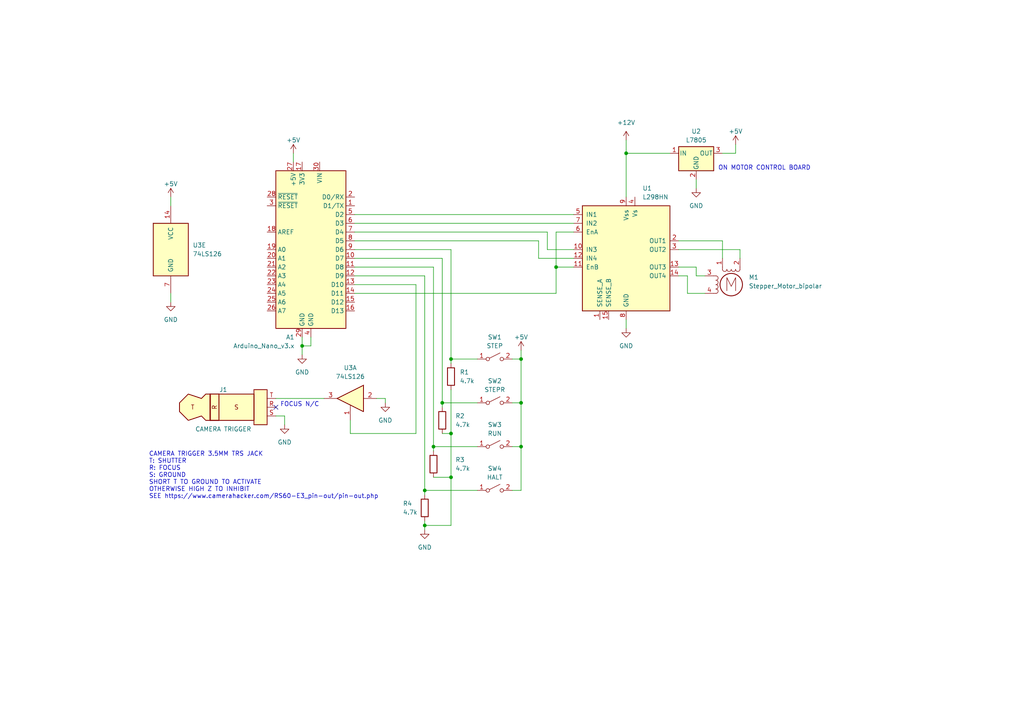
<source format=kicad_sch>
(kicad_sch (version 20230121) (generator eeschema)
  (paper "A4")
  (lib_symbols
    (symbol "74xx:74LS126" (pin_names (offset 1.016))
      (property "Reference" "U" (at 0 1.27 0))
      (property "Value" "74LS126" (at 0 -1.27 0))
      (symbol "74LS126_1_0"
        (polyline (pts (xy -3.81 3.81) (xy -3.81 -3.81) (xy 3.81 0) (xy -3.81 3.81)) (stroke (width 0.254)) (fill (type background)))
        (pin input line (at 0 -6.35 90) (length 4.445) (name "~") (number "1"))
        (pin input line (at -7.62 0 0) (length 3.81) (name "~") (number "2"))
        (pin tri_state line (at 7.62 0 180) (length 3.81) (name "~") (number "3"))
      )
      (symbol "74LS126_2_0"
        (polyline (pts (xy -3.81 3.81) (xy -3.81 -3.81) (xy 3.81 0) (xy -3.81 3.81)) (stroke (width 0.254)) (fill (type background)))
        (pin input line (at 0 -6.35 90) (length 4.445) (name "~") (number "4"))
        (pin input line (at -7.62 0 0) (length 3.81) (name "~") (number "5"))
        (pin tri_state line (at 7.62 0 180) (length 3.81) (name "~") (number "6"))
      )
      (symbol "74LS126_3_0"
        (polyline (pts (xy -3.81 3.81) (xy -3.81 -3.81) (xy 3.81 0) (xy -3.81 3.81)) (stroke (width 0.254)) (fill (type background)))
        (pin input line (at 0 -6.35 90) (length 4.445) (name "~") (number "10"))
        (pin tri_state line (at 7.62 0 180) (length 3.81) (name "~") (number "8"))
        (pin input line (at -7.62 0 0) (length 3.81) (name "~") (number "9"))
      )
      (symbol "74LS126_4_0"
        (polyline (pts (xy -3.81 3.81) (xy -3.81 -3.81) (xy 3.81 0) (xy -3.81 3.81)) (stroke (width 0.254)) (fill (type background)))
        (pin tri_state line (at 7.62 0 180) (length 3.81) (name "~") (number "11"))
        (pin input line (at -7.62 0 0) (length 3.81) (name "~") (number "12"))
        (pin input line (at 0 -6.35 90) (length 4.445) (name "~") (number "13"))
      )
      (symbol "74LS126_5_0"
        (pin power_in line (at 0 12.7 270) (length 5.08) (name "VCC") (number "14"))
        (pin power_in line (at 0 -12.7 90) (length 5.08) (name "GND") (number "7"))
      )
      (symbol "74LS126_5_1"
        (rectangle (start -5.08 7.62) (end 5.08 -7.62) (stroke (width 0.254)) (fill (type background)))
      )
    )
    (symbol "Connector_Audio:AudioPlug3"
      (property "Reference" "J" (at 1.27 6.35 0))
      (property "Value" "AudioPlug3" (at 1.27 -6.35 0))
      (symbol "AudioPlug3_0_0"
        (text "R" (at -2.54 0 900) (effects (font (size 1.27 1.27))))
      )
      (symbol "AudioPlug3_0_1"
        (rectangle (start -3.81 3.81) (end -1.27 -3.81) (stroke (width 0.254)))
        (rectangle (start -1.27 -1.27) (end -1.27 -1.27))
      )
      (symbol "AudioPlug3_1_0"
        (text "S" (at 3.81 0 0) (effects (font (size 1.27 1.27))))
        (text "T" (at -8.89 0 0) (effects (font (size 1.27 1.27))))
      )
      (symbol "AudioPlug3_1_1"
        (rectangle (start -3.81 3.81) (end 8.89 -3.81) (stroke (width 0.254)) (fill (type background)))
        (polyline (pts (xy -3.81 3.81) (xy -5.08 3.81) (xy -6.35 2.54) (xy -10.16 3.81) (xy -12.7 1.27) (xy -12.7 -1.27) (xy -10.16 -3.81) (xy -6.35 -2.54) (xy -5.08 -3.81) (xy -3.81 -3.81) (xy -3.81 3.81)) (stroke (width 0.254)) (fill (type background)))
        (rectangle (start 12.7 5.08) (end 8.89 -5.08) (stroke (width 0.254)) (fill (type background)))
        (pin passive line (at 15.24 0 180) (length 2.54) (name "~") (number "R"))
        (pin passive line (at 15.24 2.54 180) (length 2.54) (name "~") (number "S"))
        (pin passive line (at 15.24 -2.54 180) (length 2.54) (name "~") (number "T"))
      )
    )
    (symbol "Device:R" (pin_numbers hide) (pin_names (offset 0))
      (property "Reference" "R" (at 2.032 0 90))
      (property "Value" "R" (at 0 0 90))
      (symbol "R_0_1"
        (rectangle (start -1.016 -2.54) (end 1.016 2.54) (stroke (width 0.254)))
      )
      (symbol "R_1_1"
        (pin passive line (at 0 3.81 270) (length 1.27) (name "~") (number "1"))
        (pin passive line (at 0 -3.81 90) (length 1.27) (name "~") (number "2"))
      )
    )
    (symbol "Driver_Motor:L298HN" (pin_names (offset 1.016))
      (property "Reference" "U" (at -10.16 16.51 0))
      (property "Value" "L298HN" (at 12.7 16.51 0))
      (symbol "L298HN_0_1"
        (rectangle (start -12.7 15.24) (end 12.7 -15.24) (stroke (width 0.254)) (fill (type background)))
      )
      (symbol "L298HN_1_1"
        (pin power_in line (at -7.62 -17.78 90) (length 2.54) (name "SENSE_A") (number "1"))
        (pin input line (at -15.24 2.54 0) (length 2.54) (name "IN3") (number "10"))
        (pin input line (at -15.24 -2.54 0) (length 2.54) (name "EnB") (number "11"))
        (pin input line (at -15.24 0 0) (length 2.54) (name "IN4") (number "12"))
        (pin output line (at 15.24 -2.54 180) (length 2.54) (name "OUT3") (number "13"))
        (pin output line (at 15.24 -5.08 180) (length 2.54) (name "OUT4") (number "14"))
        (pin power_in line (at -5.08 -17.78 90) (length 2.54) (name "SENSE_B") (number "15"))
        (pin output line (at 15.24 5.08 180) (length 2.54) (name "OUT1") (number "2"))
        (pin output line (at 15.24 2.54 180) (length 2.54) (name "OUT2") (number "3"))
        (pin power_in line (at 2.54 17.78 270) (length 2.54) (name "Vs") (number "4"))
        (pin input line (at -15.24 12.7 0) (length 2.54) (name "IN1") (number "5"))
        (pin input line (at -15.24 7.62 0) (length 2.54) (name "EnA") (number "6"))
        (pin input line (at -15.24 10.16 0) (length 2.54) (name "IN2") (number "7"))
        (pin power_in line (at 0 -17.78 90) (length 2.54) (name "GND") (number "8"))
        (pin power_in line (at 0 17.78 270) (length 2.54) (name "Vss") (number "9"))
      )
    )
    (symbol "MCU_Module:Arduino_Nano_v3.x"
      (property "Reference" "A" (at -10.16 23.495 0))
      (property "Value" "Arduino_Nano_v3.x" (at 5.08 -24.13 0))
      (symbol "Arduino_Nano_v3.x_0_1"
        (rectangle (start -10.16 22.86) (end 10.16 -22.86) (stroke (width 0.254)) (fill (type background)))
      )
      (symbol "Arduino_Nano_v3.x_1_1"
        (pin bidirectional line (at -12.7 12.7 0) (length 2.54) (name "D1/TX") (number "1"))
        (pin bidirectional line (at -12.7 -2.54 0) (length 2.54) (name "D7") (number "10"))
        (pin bidirectional line (at -12.7 -5.08 0) (length 2.54) (name "D8") (number "11"))
        (pin bidirectional line (at -12.7 -7.62 0) (length 2.54) (name "D9") (number "12"))
        (pin bidirectional line (at -12.7 -10.16 0) (length 2.54) (name "D10") (number "13"))
        (pin bidirectional line (at -12.7 -12.7 0) (length 2.54) (name "D11") (number "14"))
        (pin bidirectional line (at -12.7 -15.24 0) (length 2.54) (name "D12") (number "15"))
        (pin bidirectional line (at -12.7 -17.78 0) (length 2.54) (name "D13") (number "16"))
        (pin power_out line (at 2.54 25.4 270) (length 2.54) (name "3V3") (number "17"))
        (pin input line (at 12.7 5.08 180) (length 2.54) (name "AREF") (number "18"))
        (pin bidirectional line (at 12.7 0 180) (length 2.54) (name "A0") (number "19"))
        (pin bidirectional line (at -12.7 15.24 0) (length 2.54) (name "D0/RX") (number "2"))
        (pin bidirectional line (at 12.7 -2.54 180) (length 2.54) (name "A1") (number "20"))
        (pin bidirectional line (at 12.7 -5.08 180) (length 2.54) (name "A2") (number "21"))
        (pin bidirectional line (at 12.7 -7.62 180) (length 2.54) (name "A3") (number "22"))
        (pin bidirectional line (at 12.7 -10.16 180) (length 2.54) (name "A4") (number "23"))
        (pin bidirectional line (at 12.7 -12.7 180) (length 2.54) (name "A5") (number "24"))
        (pin bidirectional line (at 12.7 -15.24 180) (length 2.54) (name "A6") (number "25"))
        (pin bidirectional line (at 12.7 -17.78 180) (length 2.54) (name "A7") (number "26"))
        (pin power_out line (at 5.08 25.4 270) (length 2.54) (name "+5V") (number "27"))
        (pin input line (at 12.7 15.24 180) (length 2.54) (name "~{RESET}") (number "28"))
        (pin power_in line (at 2.54 -25.4 90) (length 2.54) (name "GND") (number "29"))
        (pin input line (at 12.7 12.7 180) (length 2.54) (name "~{RESET}") (number "3"))
        (pin power_in line (at -2.54 25.4 270) (length 2.54) (name "VIN") (number "30"))
        (pin power_in line (at 0 -25.4 90) (length 2.54) (name "GND") (number "4"))
        (pin bidirectional line (at -12.7 10.16 0) (length 2.54) (name "D2") (number "5"))
        (pin bidirectional line (at -12.7 7.62 0) (length 2.54) (name "D3") (number "6"))
        (pin bidirectional line (at -12.7 5.08 0) (length 2.54) (name "D4") (number "7"))
        (pin bidirectional line (at -12.7 2.54 0) (length 2.54) (name "D5") (number "8"))
        (pin bidirectional line (at -12.7 0 0) (length 2.54) (name "D6") (number "9"))
      )
    )
    (symbol "Motor:Stepper_Motor_bipolar" (pin_names (offset 0) hide)
      (property "Reference" "M" (at 3.81 2.54 0))
      (property "Value" "Stepper_Motor_bipolar" (at 3.81 1.27 0))
      (symbol "Stepper_Motor_bipolar_0_0"
        (polyline (pts (xy -1.27 -1.778) (xy -1.27 2.032) (xy 0 -0.508) (xy 1.27 2.032) (xy 1.27 -1.778)))
      )
      (symbol "Stepper_Motor_bipolar_0_1"
        (arc (start -4.445 -2.54) (mid -3.8127 -1.905) (end -4.445 -1.27))
        (arc (start -4.445 -1.27) (mid -3.8127 -0.635) (end -4.445 0))
        (arc (start -4.445 0) (mid -3.8127 0.635) (end -4.445 1.27))
        (arc (start -4.445 1.27) (mid -3.8127 1.905) (end -4.445 2.54))
        (arc (start -2.54 4.445) (mid -1.905 3.8127) (end -1.27 4.445))
        (arc (start -1.27 4.445) (mid -0.635 3.8127) (end 0 4.445))
        (polyline (pts (xy -5.08 -2.54) (xy -4.445 -2.54)))
        (polyline (pts (xy -5.08 2.54) (xy -4.445 2.54)))
        (polyline (pts (xy -2.54 5.08) (xy -2.54 4.445)))
        (polyline (pts (xy 2.54 5.08) (xy 2.54 4.445)))
        (circle (center 0 0) (radius 3.2512) (stroke (width 0.254)))
        (arc (start 0 4.445) (mid 0.635 3.8127) (end 1.27 4.445))
        (arc (start 1.27 4.445) (mid 1.905 3.8127) (end 2.54 4.445))
      )
      (symbol "Stepper_Motor_bipolar_1_1"
        (pin passive line (at -2.54 7.62 270) (length 2.54) (name "~") (number "1"))
        (pin passive line (at 2.54 7.62 270) (length 2.54) (name "-") (number "2"))
        (pin passive line (at -7.62 2.54 0) (length 2.54) (name "~") (number "3"))
        (pin passive line (at -7.62 -2.54 0) (length 2.54) (name "~") (number "4"))
      )
    )
    (symbol "Regulator_Linear:L7805" (pin_names (offset 0.254))
      (property "Reference" "U" (at -3.81 3.175 0))
      (property "Value" "L7805" (at 0 3.175 0))
      (symbol "L7805_0_1"
        (rectangle (start -5.08 1.905) (end 5.08 -5.08) (stroke (width 0.254)) (fill (type background)))
      )
      (symbol "L7805_1_1"
        (pin power_in line (at -7.62 0 0) (length 2.54) (name "IN") (number "1"))
        (pin power_in line (at 0 -7.62 90) (length 2.54) (name "GND") (number "2"))
        (pin power_out line (at 7.62 0 180) (length 2.54) (name "OUT") (number "3"))
      )
    )
    (symbol "Switch:SW_SPST" (pin_names (offset 0) hide)
      (property "Reference" "SW" (at 0 3.175 0))
      (property "Value" "SW_SPST" (at 0 -2.54 0))
      (symbol "SW_SPST_0_0"
        (circle (center -2.032 0) (radius 0.508))
        (polyline (pts (xy -1.524 0.254) (xy 1.524 1.778)))
        (circle (center 2.032 0) (radius 0.508))
      )
      (symbol "SW_SPST_1_1"
        (pin passive line (at -5.08 0 0) (length 2.54) (name "A") (number "1"))
        (pin passive line (at 5.08 0 180) (length 2.54) (name "B") (number "2"))
      )
    )
    (symbol "power:+12V" (power) (pin_names (offset 0))
      (property "Value" "+12V" (at 0 3.556 0))
      (symbol "+12V_0_1"
        (polyline (pts (xy -0.762 1.27) (xy 0 2.54)))
        (polyline (pts (xy 0 0) (xy 0 2.54)))
        (polyline (pts (xy 0 2.54) (xy 0.762 1.27)))
      )
      (symbol "+12V_1_1"
        (pin power_in line (at 0 0 90) (length 0) hide (name "+12V") (number "1"))
      )
    )
    (symbol "power:+5V" (power) (pin_names (offset 0))
      (property "Value" "+5V" (at 0 3.556 0))
      (symbol "+5V_0_1"
        (polyline (pts (xy -0.762 1.27) (xy 0 2.54)))
        (polyline (pts (xy 0 0) (xy 0 2.54)))
        (polyline (pts (xy 0 2.54) (xy 0.762 1.27)))
      )
      (symbol "+5V_1_1"
        (pin power_in line (at 0 0 90) (length 0) hide (name "+5V") (number "1"))
      )
    )
    (symbol "power:GND" (power) (pin_names (offset 0))
      (property "Value" "GND" (at 0 -3.81 0))
      (symbol "GND_0_1"
        (polyline (pts (xy 0 0) (xy 0 -1.27) (xy 1.27 -1.27) (xy 0 -2.54) (xy -1.27 -1.27) (xy 0 -1.27)))
      )
      (symbol "GND_1_1"
        (pin power_in line (at 0 0 270) (length 0) hide (name "GND") (number "1"))
      )
    )
  )
  (junction (at 123.19 142.24))
  (junction (at 130.81 138.43))
  (junction (at 130.81 104.14))
  (junction (at 181.61 44.45))
  (junction (at 151.13 129.54))
  (junction (at 125.73 129.54))
  (junction (at 151.13 116.84))
  (junction (at 130.81 125.73))
  (junction (at 151.13 104.14))
  (junction (at 161.29 77.47))
  (junction (at 123.19 152.4))
  (junction (at 128.27 116.84))
  (junction (at 87.63 100.33))
  (no_connect (at 80.01 118.11))
  (wire (pts (xy 102.87 72.39) (xy 130.81 72.39)))
  (wire (pts (xy 123.19 151.13) (xy 123.19 152.4)))
  (wire (pts (xy 148.59 104.14) (xy 151.13 104.14)))
  (wire (pts (xy 90.17 97.79) (xy 90.17 100.33)))
  (wire (pts (xy 120.65 125.73) (xy 120.65 82.55)))
  (wire (pts (xy 130.81 104.14) (xy 130.81 105.41)))
  (wire (pts (xy 102.87 74.93) (xy 128.27 74.93)))
  (wire (pts (xy 123.19 142.24) (xy 123.19 143.51)))
  (wire (pts (xy 201.93 52.07) (xy 201.93 54.61)))
  (wire (pts (xy 102.87 67.31) (xy 158.75 67.31)))
  (wire (pts (xy 213.36 41.91) (xy 213.36 44.45)))
  (wire (pts (xy 151.13 104.14) (xy 151.13 116.84)))
  (wire (pts (xy 125.73 129.54) (xy 125.73 130.81)))
  (wire (pts (xy 111.76 116.84) (xy 111.76 115.57)))
  (wire (pts (xy 85.09 44.45) (xy 85.09 46.99)))
  (wire (pts (xy 161.29 77.47) (xy 161.29 67.31)))
  (wire (pts (xy 82.55 123.19) (xy 82.55 120.65)))
  (wire (pts (xy 151.13 116.84) (xy 151.13 129.54)))
  (wire (pts (xy 201.93 80.01) (xy 204.47 80.01)))
  (wire (pts (xy 199.39 80.01) (xy 199.39 85.09)))
  (wire (pts (xy 102.87 80.01) (xy 123.19 80.01)))
  (wire (pts (xy 102.87 69.85) (xy 156.21 69.85)))
  (wire (pts (xy 87.63 100.33) (xy 87.63 102.87)))
  (wire (pts (xy 214.63 74.93) (xy 214.63 72.39)))
  (wire (pts (xy 130.81 113.03) (xy 130.81 125.73)))
  (wire (pts (xy 161.29 67.31) (xy 166.37 67.31)))
  (wire (pts (xy 49.53 85.09) (xy 49.53 87.63)))
  (wire (pts (xy 49.53 57.15) (xy 49.53 59.69)))
  (wire (pts (xy 199.39 80.01) (xy 196.85 80.01)))
  (wire (pts (xy 130.81 72.39) (xy 130.81 104.14)))
  (wire (pts (xy 156.21 69.85) (xy 156.21 74.93)))
  (wire (pts (xy 102.87 77.47) (xy 125.73 77.47)))
  (wire (pts (xy 181.61 92.71) (xy 181.61 95.25)))
  (wire (pts (xy 138.43 142.24) (xy 123.19 142.24)))
  (wire (pts (xy 151.13 142.24) (xy 148.59 142.24)))
  (wire (pts (xy 201.93 80.01) (xy 201.93 77.47)))
  (wire (pts (xy 130.81 104.14) (xy 138.43 104.14)))
  (wire (pts (xy 128.27 116.84) (xy 128.27 118.11)))
  (wire (pts (xy 148.59 116.84) (xy 151.13 116.84)))
  (wire (pts (xy 128.27 74.93) (xy 128.27 116.84)))
  (wire (pts (xy 196.85 77.47) (xy 201.93 77.47)))
  (wire (pts (xy 151.13 101.6) (xy 151.13 104.14)))
  (wire (pts (xy 102.87 64.77) (xy 166.37 64.77)))
  (wire (pts (xy 101.6 125.73) (xy 101.6 121.92)))
  (wire (pts (xy 199.39 85.09) (xy 204.47 85.09)))
  (wire (pts (xy 125.73 129.54) (xy 138.43 129.54)))
  (wire (pts (xy 128.27 116.84) (xy 138.43 116.84)))
  (wire (pts (xy 130.81 152.4) (xy 123.19 152.4)))
  (wire (pts (xy 111.76 115.57) (xy 109.22 115.57)))
  (wire (pts (xy 101.6 125.73) (xy 120.65 125.73)))
  (wire (pts (xy 209.55 69.85) (xy 196.85 69.85)))
  (wire (pts (xy 125.73 138.43) (xy 130.81 138.43)))
  (wire (pts (xy 102.87 62.23) (xy 166.37 62.23)))
  (wire (pts (xy 130.81 125.73) (xy 130.81 138.43)))
  (wire (pts (xy 213.36 44.45) (xy 209.55 44.45)))
  (wire (pts (xy 130.81 138.43) (xy 130.81 152.4)))
  (wire (pts (xy 158.75 67.31) (xy 158.75 72.39)))
  (wire (pts (xy 90.17 100.33) (xy 87.63 100.33)))
  (wire (pts (xy 87.63 97.79) (xy 87.63 100.33)))
  (wire (pts (xy 125.73 77.47) (xy 125.73 129.54)))
  (wire (pts (xy 214.63 72.39) (xy 196.85 72.39)))
  (wire (pts (xy 156.21 74.93) (xy 166.37 74.93)))
  (wire (pts (xy 102.87 82.55) (xy 120.65 82.55)))
  (wire (pts (xy 194.31 44.45) (xy 181.61 44.45)))
  (wire (pts (xy 181.61 40.64) (xy 181.61 44.45)))
  (wire (pts (xy 158.75 72.39) (xy 166.37 72.39)))
  (wire (pts (xy 82.55 120.65) (xy 80.01 120.65)))
  (wire (pts (xy 80.01 115.57) (xy 93.98 115.57)))
  (wire (pts (xy 102.87 85.09) (xy 161.29 85.09)))
  (wire (pts (xy 166.37 77.47) (xy 161.29 77.47)))
  (wire (pts (xy 148.59 129.54) (xy 151.13 129.54)))
  (wire (pts (xy 209.55 74.93) (xy 209.55 69.85)))
  (wire (pts (xy 181.61 44.45) (xy 181.61 57.15)))
  (wire (pts (xy 128.27 125.73) (xy 130.81 125.73)))
  (wire (pts (xy 151.13 129.54) (xy 151.13 142.24)))
  (wire (pts (xy 123.19 152.4) (xy 123.19 153.67)))
  (wire (pts (xy 123.19 142.24) (xy 123.19 80.01)))
  (wire (pts (xy 161.29 85.09) (xy 161.29 77.47)))
  (text "FOCUS N/C" (at 81.28 118.11 0) (effects (font (size 1.27 1.27)) (justify left bottom)))
  (text "CAMERA TRIGGER 3.5MM TRS JACK\nT: SHUTTER\nR: FOCUS\nS: GROUND\nSHORT T TO GROUND TO ACTIVATE\nOTHERWISE HIGH Z TO INHIBIT\nSEE https://www.camerahacker.com/RS60-E3_pin-out/pin-out.php" (at 43.18 144.78 0) (effects (font (size 1.27 1.27)) (justify left bottom)))
  (text "ON MOTOR CONTROL BOARD" (at 208.28 49.53 0) (effects (font (size 1.27 1.27)) (justify left bottom)))
  (symbol (lib_id "power:GND") (at 201.93 54.61 0) (unit 1)
    (property "Reference" "#PWR09" (effects hide))
    (property "Value" "GND" (at 201.93 59.69 0))
  )
  (symbol (lib_id "power:GND") (at 87.63 102.87 0) (unit 1)
    (property "Reference" "#PWR04" (effects hide))
    (property "Value" "GND" (at 87.63 107.95 0))
  )
  (symbol (lib_id "power:+5V") (at 213.36 41.91 0) (unit 1)
    (property "Reference" "#PWR02" (effects hide))
    (property "Value" "+5V" (at 213.36 38.1 0))
  )
  (symbol (lib_id "power:+5V") (at 49.53 57.15 0) (unit 1)
    (property "Reference" "#PWR012" (effects hide))
    (property "Value" "+5V" (at 49.53 53.34 0))
  )
  (symbol (lib_id "Motor:Stepper_Motor_bipolar") (at 212.09 82.55 0) (unit 1)
    (property "Reference" "M1" (at 217.17 80.4291 0) (effects (justify left)))
    (property "Value" "Stepper_Motor_bipolar" (at 217.17 82.9691 0) (effects (justify left)))
    (property "Datasheet" "http://www.infineon.com/dgdl/Application-Note-TLE8110EE_driving_UniPolarStepperMotor_V1.1.pdf?fileId=db3a30431be39b97011be5d0aa0a00b0" (effects hide))
  )
  (symbol (lib_id "Driver_Motor:L298HN") (at 181.61 74.93 0) (unit 1)
    (property "Reference" "U1" (at 186.3441 54.61 0) (effects (justify left)))
    (property "Value" "L298HN" (at 186.3441 57.15 0) (effects (justify left)))
    (property "Footprint" "Package_TO_SOT_THT:TO-220-15_P2.54x2.54mm_StaggerOdd_Lead5.84mm_TabDown" (effects hide))
    (property "Datasheet" "http://www.st.com/st-web-ui/static/active/en/resource/technical/document/datasheet/CD00000240.pdf" (effects hide))
  )
  (symbol (lib_id "power:+12V") (at 181.61 40.64 0) (unit 1)
    (property "Reference" "#PWR08" (effects hide))
    (property "Value" "+12V" (at 181.61 35.56 0))
  )
  (symbol (lib_id "power:+5V") (at 151.13 101.6 0) (unit 1)
    (property "Reference" "#PWR06" (effects hide))
    (property "Value" "+5V" (at 151.13 97.79 0))
  )
  (symbol (lib_id "Device:R") (at 123.19 147.32 0) (unit 1)
    (property "Reference" "R4" (at 116.84 146.05 0) (effects (justify left)))
    (property "Value" "4.7k" (at 116.84 148.59 0) (effects (justify left)))
  )
  (symbol (lib_id "74xx:74LS126") (at 101.6 115.57 0) (mirror y) (unit 1)
    (property "Reference" "U3" (at 101.6 106.68 0))
    (property "Value" "74LS126" (at 101.6 109.22 0))
    (property "Datasheet" "http://www.ti.com/lit/gpn/sn74LS126" (effects hide))
  )
  (symbol (lib_id "power:+5V") (at 85.09 44.45 0) (unit 1)
    (property "Reference" "#PWR03" (effects hide))
    (property "Value" "+5V" (at 85.09 40.64 0))
  )
  (symbol (lib_id "Regulator_Linear:L7805") (at 201.93 44.45 0) (unit 1)
    (property "Reference" "U2" (at 201.93 38.1 0))
    (property "Value" "L7805" (at 201.93 40.64 0))
    (property "Datasheet" "http://www.st.com/content/ccc/resource/technical/document/datasheet/41/4f/b3/b0/12/d4/47/88/CD00000444.pdf/files/CD00000444.pdf/jcr:content/translations/en.CD00000444.pdf" (effects hide))
  )
  (symbol (lib_id "Device:R") (at 128.27 121.92 0) (unit 1)
    (property "Reference" "R2" (at 132.08 120.65 0) (effects (justify left)))
    (property "Value" "4.7k" (at 132.08 123.19 0) (effects (justify left)))
  )
  (symbol (lib_id "power:GND") (at 123.19 153.67 0) (unit 1)
    (property "Reference" "#PWR05" (effects hide))
    (property "Value" "GND" (at 123.19 158.75 0))
  )
  (symbol (lib_id "Device:R") (at 125.73 134.62 0) (unit 1)
    (property "Reference" "R3" (at 132.08 133.35 0) (effects (justify left)))
    (property "Value" "4.7k" (at 132.08 135.89 0) (effects (justify left)))
  )
  (symbol (lib_id "Switch:SW_SPST") (at 143.51 116.84 0) (unit 1)
    (property "Reference" "SW2" (at 143.51 110.49 0))
    (property "Value" "STEPR" (at 143.51 113.03 0))
  )
  (symbol (lib_id "power:GND") (at 82.55 123.19 0) (unit 1)
    (property "Reference" "#PWR07" (effects hide))
    (property "Value" "GND" (at 82.55 128.27 0))
  )
  (symbol (lib_id "Device:R") (at 130.81 109.22 0) (unit 1)
    (property "Reference" "R1" (at 133.35 107.95 0) (effects (justify left)))
    (property "Value" "4.7k" (at 133.35 110.49 0) (effects (justify left)))
  )
  (symbol (lib_id "Switch:SW_SPST") (at 143.51 129.54 0) (unit 1)
    (property "Reference" "SW3" (at 143.51 123.19 0))
    (property "Value" "RUN" (at 143.51 125.73 0))
  )
  (symbol (lib_id "Switch:SW_SPST") (at 143.51 142.24 0) (unit 1)
    (property "Reference" "SW4" (at 143.51 135.89 0))
    (property "Value" "HALT" (at 143.51 138.43 0))
  )
  (symbol (lib_id "Switch:SW_SPST") (at 143.51 104.14 0) (unit 1)
    (property "Reference" "SW1" (at 143.51 97.79 0))
    (property "Value" "STEP" (at 143.51 100.33 0))
  )
  (symbol (lib_id "74xx:74LS126") (at 49.53 72.39 0) (unit 5)
    (property "Reference" "U3" (at 55.88 71.12 0) (effects (justify left)))
    (property "Value" "74LS126" (at 55.88 73.66 0) (effects (justify left)))
    (property "Datasheet" "http://www.ti.com/lit/gpn/sn74LS126" (effects hide))
  )
  (symbol (lib_id "MCU_Module:Arduino_Nano_v3.x") (at 90.17 72.39 0) (mirror y) (unit 1)
    (property "Reference" "A1" (at 85.4359 97.79 0) (effects (justify left)))
    (property "Value" "Arduino_Nano_v3.x" (at 85.4359 100.33 0) (effects (justify left)))
    (property "Footprint" "Module:Arduino_Nano" (effects hide))
    (property "Datasheet" "http://www.mouser.com/pdfdocs/Gravitech_Arduino_Nano3_0.pdf" (effects hide))
  )
  (symbol (lib_id "Connector_Audio:AudioPlug3") (at 64.77 118.11 0) (mirror x) (unit 1)
    (property "Reference" "J1" (at 64.77 113.03 0))
    (property "Value" "CAMERA TRIGGER" (at 64.77 124.46 0))
  )
  (symbol (lib_id "power:GND") (at 49.53 87.63 0) (unit 1)
    (property "Reference" "#PWR011" (effects hide))
    (property "Value" "GND" (at 49.53 92.71 0))
  )
  (symbol (lib_id "power:GND") (at 181.61 95.25 0) (unit 1)
    (property "Reference" "#PWR01" (effects hide))
    (property "Value" "GND" (at 181.61 100.33 0))
  )
  (symbol (lib_id "power:GND") (at 111.76 116.84 0) (unit 1)
    (property "Reference" "#PWR013" (effects hide))
    (property "Value" "GND" (at 111.76 121.92 0))
  )
)
</source>
